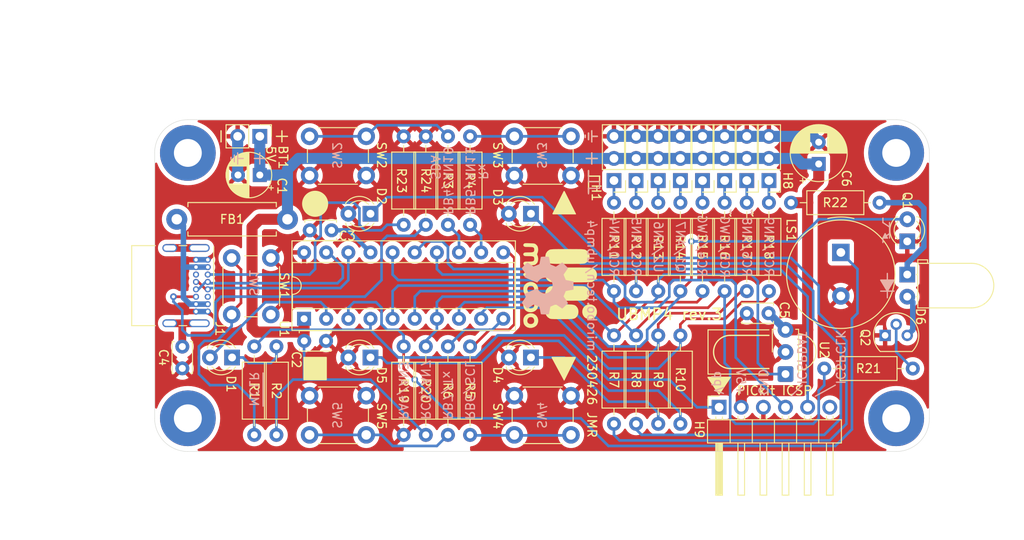
<source format=kicad_pcb>
(kicad_pcb (version 20221018) (generator pcbnew)
  (title_block (title "UBMP4") (date "2023-04-26") (rev "3") (company "mirobo.tech") (comment 1 "USB-Based Beginner") (comment 2 "Multifunction Project") (comment 3 "UBMP4 is Open Hardware") (comment 4 "Drawings: CC-BY 4.0"))
  (layers (0 "F.Cu" signal) (31 "B.Cu" signal) (34 "B.Paste" user) (35 "F.Paste" user) (36 "B.SilkS" user "B.Silkscreen") (37 "F.SilkS" user "F.Silkscreen") (38 "B.Mask" user) (39 "F.Mask" user) (44 "Edge.Cuts" user))
  (net 0 "")
  (net 1 "GND")
  (net 2 "+5V")
  (net 3 "Net-(U1-Vusb3v3)")
  (net 4 "Net-(J1-SHIELD)")
  (net 5 "Net-(D1-K)")
  (net 6 "Net-(D1-A)")
  (net 7 "Net-(D2-A)")
  (net 8 "Net-(D3-A)")
  (net 9 "Net-(D4-A)")
  (net 10 "Net-(D5-A)")
  (net 11 "Net-(D6-K)")
  (net 12 "/Vpp")
  (net 13 "Net-(D6-A)")
  (net 14 "Net-(#FLG0103-pwr)")
  (net 15 "Net-(H1-Pin_1)")
  (net 16 "Net-(H2-Pin_1)")
  (net 17 "Net-(H3-Pin_1)")
  (net 18 "Net-(H4-Pin_1)")
  (net 19 "Net-(R1-Pad1)")
  (net 20 "Net-(R3-Pad2)")
  (net 21 "Net-(H5-Pin_1)")
  (net 22 "Net-(R4-Pad2)")
  (net 23 "Net-(H6-Pin_1)")
  (net 24 "Net-(R5-Pad2)")
  (net 25 "Net-(H7-Pin_1)")
  (net 26 "Net-(R6-Pad2)")
  (net 27 "Net-(H8-Pin_1)")
  (net 28 "Net-(H9-PGD{slash}ICSPDAT)")
  (net 29 "/D+")
  (net 30 "/D-")
  (net 31 "Net-(H9-PGC{slash}ICSPCLK)")
  (net 33 "unconnected-(J1-CC1-PadA5)")
  (net 35 "unconnected-(J1-CC2-PadB5)")
  (net 37 "Net-(U1-RA4{slash}AN3{slash}SOSCO{slash}T1G{slash}OSC2{slash}CLKOUT{slash}CLKR)")
  (net 38 "Net-(Q1-C)")
  (net 39 "Net-(Q2-B)")
  (net 40 "Net-(U1-RB4{slash}AN10{slash}SDA{slash}SDI)")
  (net 41 "Net-(U1-RB5{slash}AN11{slash}RX{slash}DX)")
  (net 42 "Net-(U1-RB6{slash}SCL{slash}SCK)")
  (net 43 "Net-(U1-RB7{slash}TX{slash}CK)")
  (net 44 "Net-(U1-CWG1B{slash}C1OUT{slash}C2OUT{slash}RC4)")
  (net 45 "Net-(U1-PWM1{slash}CWG1A{slash}T0CKI{slash}RC5)")
  (net 46 "Net-(U1-~{SS}{slash}PWM2{slash}AN8{slash}RC6)")
  (net 47 "Net-(U1-SDO{slash}AN9{slash}RC7)")
  (net 48 "Net-(U1-C2IN2-{slash}C1IN2-{slash}DACOUT1{slash}AN6{slash}RC2)")
  (footprint "Capacitor_THT:CP_Radial_D5.0mm_P2.50mm" (layer "F.Cu") (at 113.665 88.9 180)
    (fp_text reference "C1")
    (fp_text value "1uF")
  )
  (footprint "Capacitor_THT:C_Disc_D3.4mm_W2.1mm_P2.50mm" (layer "F.Cu") (at 104.775 111.105 90)
    (fp_text reference "C4")
    (fp_text value "10nF(opt.)")
  )
  (footprint "UBMP430-Library:LED_D3.0mm" (layer "F.Cu") (at 107.945 109.855)
    (fp_text reference "D1")
    (fp_text value "RUN")
  )
  (footprint "UBMP430-Library:LED_D3.0mm" (layer "F.Cu") (at 142.24 109.855)
    (fp_text reference "D4")
    (fp_text value "LED")
  )
  (footprint "Resistor_THT:R_Axial_DIN0411_L9.9mm_D3.6mm_P12.70mm_Horizontal" (layer "F.Cu") (at 116.84 93.98 180)
    (fp_text reference "FB1")
    (fp_text value "100Z Ferrite")
  )
  (footprint "MountingHole:MountingHole_3.2mm_M3_Pad" (layer "F.Cu") (at 105.41 86.36)
    (fp_text reference "MH1" hide)
    (fp_text value "MountingHole")
  )
  (footprint "Resistor_THT:R_Axial_DIN0207_L6.3mm_D2.5mm_P10.16mm_Horizontal" (layer "F.Cu") (at 135.255 108.585 -90)
    (fp_text reference "R6")
    (fp_text value "100")
  )
  (footprint "Resistor_THT:R_Axial_DIN0207_L6.3mm_D2.5mm_P10.16mm_Horizontal" (layer "F.Cu") (at 132.715 118.745 90)
    (fp_text reference "R20")
    (fp_text value "4k7")
  )
  (footprint "Button_Switch_THT:SW_PUSH_6mm" (layer "F.Cu") (at 142.875 114.245)
    (fp_text reference "SW4")
    (fp_text value "SW_Push")
  )
  (footprint "Capacitor_THT:C_Disc_D3.4mm_W2.1mm_P2.50mm" (layer "F.Cu") (at 118.765 107.95)
    (fp_text reference "C2")
    (fp_text value "100nF")
  )
  (footprint "Capacitor_THT:C_Disc_D3.4mm_W2.1mm_P2.50mm" (layer "F.Cu") (at 121.9 95.25 180)
    (fp_text reference "C3")
    (fp_text value "470nF")
  )
  (footprint "UBMP430-Library:LED_D3.0mm" (layer "F.Cu") (at 142.24 93.345)
    (fp_text reference "D3")
    (fp_text value "LED")
  )
  (footprint "Button_Switch_THT:SW_PUSH_6mm" (layer "F.Cu") (at 149.375 88.955 180)
    (fp_text reference "SW3")
    (fp_text value "SW_Push")
  )
  (footprint "Resistor_THT:R_Axial_DIN0207_L6.3mm_D2.5mm_P10.16mm_Horizontal" (layer "F.Cu") (at 137.795 108.585 -90)
    (fp_text reference "R5")
    (fp_text value "100")
  )
  (footprint "MountingHole:MountingHole_3.2mm_M3_Pad" (layer "F.Cu") (at 105.41 116.84)
    (fp_text reference "MH4" hide)
    (fp_text value "MountingHole")
  )
  (footprint "Button_Switch_THT:SW_PUSH_6mm" (layer "F.Cu") (at 119.38 114.245)
    (fp_text reference "SW5")
    (fp_text value "SW_Push")
  )
  (footprint "Resistor_THT:R_Axial_DIN0207_L6.3mm_D2.5mm_P10.16mm_Horizontal" (layer "F.Cu") (at 130.175 118.745 90)
    (fp_text reference "R19")
    (fp_text value "1k0")
  )
  (footprint "Resistor_THT:R_Axial_DIN0207_L6.3mm_D2.5mm_P10.16mm_Horizontal" (layer "F.Cu") (at 115.57 108.585 -90)
    (fp_text reference "R2")
    (fp_text value "470")
  )
  (footprint "Package_DIP:DIP-20_W7.62mm_Socket" (layer "F.Cu") (at 118.745 105.41 90)
    (fp_text reference "U1")
    (fp_text value "PIC16F1459-IP")
  )
  (footprint "Resistor_THT:R_Axial_DIN0207_L6.3mm_D2.5mm_P10.16mm_Horizontal" (layer "F.Cu") (at 159.385 92.075 -90)
    (fp_text reference "R13")
    (fp_text value "100")
  )
  (footprint "Resistor_THT:R_Axial_DIN0207_L6.3mm_D2.5mm_P10.16mm_Horizontal" (layer "F.Cu") (at 159.385 107.315 -90)
    (fp_text reference "R9")
    (fp_text value "470")
  )
  (footprint "Resistor_THT:R_Axial_DIN0207_L6.3mm_D2.5mm_P10.16mm_Horizontal" (layer "F.Cu") (at 156.845 107.315 -90)
    (fp_text reference "R8")
    (fp_text value "470")
  )
  (footprint "Resistor_THT:R_Axial_DIN0207_L6.3mm_D2.5mm_P10.16mm_Horizontal" (layer "F.Cu") (at 161.925 92.075 -90)
    (fp_text reference "R14")
    (fp_text value "100")
  )
  (footprint "Resistor_THT:R_Axial_DIN0207_L6.3mm_D2.5mm_P10.16mm_Horizontal" (layer "F.Cu") (at 161.925 107.315 -90)
    (fp_text reference "R10")
    (fp_text value "470")
  )
  (footprint "Resistor_THT:R_Axial_DIN0207_L6.3mm_D2.5mm_P10.16mm_Horizontal" (layer "F.Cu") (at 156.845 92.075 -90)
    (fp_text reference "R12")
    (fp_text value "100")
  )
  (footprint "Capacitor_THT:CP_Radial_D6.3mm_P2.50mm" (layer "F.Cu") (at 177.8 87.63 90)
    (fp_text reference "C6")
    (fp_text value "47uf(opt.)")
  )
  (footprint "Connector_PinHeader_2.54mm:PinHeader_1x03_P2.54mm_Vertical" (layer "F.Cu") (at 156.845 89.535 180)
    (fp_text reference "H2" hide)
    (fp_text value "Conn_01x03_Male")
  )
  (footprint "Connector_PinHeader_2.54mm:PinHeader_1x03_P2.54mm_Vertical" (layer "F.Cu") (at 161.925 89.535 180)
    (fp_text reference "H4" hide)
    (fp_text value "Conn_01x03_Male")
  )
  (footprint "Connector_PinHeader_2.54mm:PinHeader_1x03_P2.54mm_Vertical" (layer "F.Cu") (at 164.465 89.535 180)
    (fp_text reference "H5" hide)
    (fp_text value "Conn_01x03_Male")
  )
  (footprint "Connector_PinHeader_2.54mm:PinHeader_1x03_P2.54mm_Vertical" (layer "F.Cu") (at 167.005 89.535 180)
    (fp_text reference "H6" hide)
    (fp_text value "Conn_01x03_Male")
  )
  (footprint "Connector_PinHeader_2.54mm:PinHeader_1x03_P2.54mm_Vertical" (layer "F.Cu") (at 169.545 89.535 180)
    (fp_text reference "H7" hide)
    (fp_text value "Conn_01x03_Male")
  )
  (footprint "Connector_PinHeader_2.54mm:PinHeader_1x03_P2.54mm_Vertical" (layer "F.Cu") (at 172.085 89.535 180)
    (fp_text reference "H8")
    (fp_text value "Conn_01x03_Male")
  )
  (footprint "LED_THT:LED_D3.0mm_Clear" (layer "F.Cu") (at 187.96 93.98 -90)
    (fp_text reference "Q1")
    (fp_text value "TEPT4400")
  )
  (footprint "Package_TO_SOT_THT:TO-92" (layer "F.Cu") (at 185.42 107.315)
    (fp_text reference "Q2")
    (fp_text value "2N3904")
  )
  (footprint "MountingHole:MountingHole_3.2mm_M3_Pad" (layer "F.Cu") (at 186.69 86.36)
    (fp_text reference "MH2" hide)
    (fp_text value "MountingHole")
  )
  (footprint "Resistor_THT:R_Axial_DIN0207_L6.3mm_D2.5mm_P10.16mm_Horizontal" (layer "F.Cu") (at 137.795 94.615 90)
    (fp_text reference "R4")
    (fp_text value "100")
  )
  (footprint "UBMP430-Library:mirobo_logo_10" (layer "F.Cu") (at 148.336 101.6 -90)
    (fp_text reference "G1" hide)
    (fp_text value "mirobotech_logo" hide)
  )
  (footprint "Connector_PinHeader_2.54mm:PinHeader_1x03_P2.54mm_Vertical" (layer "F.Cu") (at 159.385 89.535 180)
    (fp_text reference "H3" hide)
    (fp_text value "Conn_01x03_Male")
  )
  (footprint "Connector_USB:USB_C_Receptacle_GCT_USB4085" (layer "F.Cu") (at 107.696 98.6282 -90)
    (fp_text reference "J1")
    (fp_text value "USB2 TYPE-C")
  )
  (footprint "MountingHole:MountingHole_3.2mm_M3_Pad" (layer "F.Cu") (at 186.69 116.84)
    (fp_text reference "MH3" hide)
    (fp_text value "MountingHole")
  )
  (footprint "Resistor_THT:R_Axial_DIN0207_L6.3mm_D2.5mm_P10.16mm_Horizontal" (layer "F.Cu") (at 172.085 92.075 -90)
    (fp_text reference "R18")
    (fp_text value "100")
  )
  (footprint "Resistor_THT:R_Axial_DIN0207_L6.3mm_D2.5mm_P10.16mm_Horizontal" (layer "F.Cu") (at 164.465 92.075 -90)
    (fp_text reference "R15")
    (fp_text value "100")
  )
  (footprint "Resistor_THT:R_Axial_DIN0207_L6.3mm_D2.5mm_P10.16mm_Horizontal" (layer "F.Cu") (at 167.005 92.075 -90)
    (fp_text reference "R16")
    (fp_text value "100")
  )
  (footprint "Resistor_THT:R_Axial_DIN0207_L6.3mm_D2.5mm_P10.16mm_Horizontal" (layer "F.Cu") (at 154.305 92.075 -90)
    (fp_text reference "R11")
    (fp_text value "100")
  )
  (footprint "Resistor_THT:R_Axial_DIN0207_L6.3mm_D2.5mm_P10.16mm_Horizontal" (layer "F.Cu") (at 169.545 92.075 -90)
    (fp_text reference "R17")
    (fp_text value "100")
  )
  (footprint "Resistor_THT:R_Axial_DIN0207_L6.3mm_D2.5mm_P10.16mm_Horizontal" (layer "F.Cu") (at 113.03 118.745 90)
    (fp_text reference "R1")
    (fp_text value "100")
  )
  (footprint "UBMP430-Library:LED_D3.0mm" (layer "F.Cu") (at 123.825 109.855)
    (fp_text reference "D5")
    (fp_text value "LED")
  )
  (footprint "Resistor_THT:R_Axial_DIN0207_L6.3mm_D2.5mm_P10.16mm_Horizontal" (layer "F.Cu") (at 174.625 92.075)
    (fp_text reference "R22")
    (fp_text value "100")
  )
  (footprint "Buzzer_Beeper:Buzzer_TDK_PS1240P02BT_D12.2mm_H6.5mm" (layer "F.Cu") (at 180.34 97.79 -90)
    (fp_text reference "LS1")
    (fp_text value "Piezo Beeper")
  )
  (footprint "OptoDevice:Vishay_MINICAST-3Pin" (layer "F.Cu") (at 173.99 111.76 90)
    (fp_text reference "U2")
    (fp_text value "TSOP38238")
  )
  (footprint "Resistor_THT:R_Axial_DIN0207_L6.3mm_D2.5mm_P10.16mm_Horizontal" (layer "F.Cu") (at 178.435 111.125)
    (fp_text reference "R21")
    (fp_text value "1k0")
  )
  (footprint "Resistor_THT:R_Axial_DIN0207_L6.3mm_D2.5mm_P10.16mm_Horizontal" (layer "F.Cu") (at 154.305 107.315 -90)
    (fp_text reference "R7")
    (fp_text value "470")
  )
  (footprint "UBMP430-Library:PinHeader_1x06_P2.54mm_Horizontal" (layer "F.Cu") (at 166.37 115.57 90)
    (fp_text reference "H9")
    (fp_text value "ICSP")
  )
  (footprint "UBMP430-Library:LED_D5.0mm_Horizontal_O1.27mm_Z3.0mm_Clear" (layer "F.Cu") (at 187.96 102.87 90)
    (fp_text reference "D6")
    (fp_text value "OED-EL-1L2")
  )
  (footprint "Connector_PinHeader_2.54mm:PinHeader_1x03_P2.54mm_Vertical" (layer "F.Cu") (at 154.305 89.535 180)
    (fp_text reference "H1")
    (fp_text value "Conn_01x03_Male")
  )
  (footprint "Capacitor_THT:C_Disc_D3.4mm_W2.1mm_P2.50mm" (layer "F.Cu") (at 172.045 104.775 180)
    (fp_text reference "C5")
    (fp_text value "100nF")
  )
  (footprint "Resistor_THT:R_Axial_DIN0207_L6.3mm_D2.5mm_P10.16mm_Horizontal" (layer "F.Cu") (at 135.255 94.615 90)
    (fp_text reference "R3")
    (fp_text value "100")
  )
  (footprint "UBMP430-Library:LED_D3.0mm" (layer "F.Cu") (at 123.825 93.345)
    (fp_text reference "D2")
    (fp_text value "LED")
  )
  (footprint "Button_Switch_THT:SW_PUSH_6mm" (layer "F.Cu") (at 125.88 88.955 180)
    (fp_text reference "SW2")
    (fp_text value "SW_Push")
  )
  (footprint "Button_Switch_THT:SW_PUSH_6mm" (layer "F.Cu") (at 114.935 98.425 -90)
    (fp_text reference "SW1")
    (fp_text value "PROG")
  )
  (footprint "Connector_PinHeader_2.54mm:PinHeader_1x02_P2.54mm_Vertical" (layer "F.Cu") (at 113.665 84.455 -90)
    (fp_text reference "BT1")
    (fp_text value "Battery")
  )
  (footprint "Resistor_THT:R_Axial_DIN0207_L6.3mm_D2.5mm_P10.16mm_Horizontal" (layer "F.Cu") (at 130.175 84.455 -90)
    (fp_text reference "R23")
    (fp_text value "5k1")
  )
  (footprint "Resistor_THT:R_Axial_DIN0207_L6.3mm_D2.5mm_P10.16mm_Horizontal" (layer "F.Cu") (at 132.715 84.455 -90)
    (fp_text reference "R24")
    (fp_text value "5k1")
  )
  (footprint "Symbol:OSHW-Symbol_6.7x6mm_SilkScreen" (layer "B.Cu") (at 146.685 101.6 90)
    (fp_text reference "G2" hide)
    (fp_text value "Logo_Open_Hardware_Small" hide)
  )
  (gr_line (start 151.384 90.424) (end 151.384 91.059) (stroke (width 0.1524)) (layer "B.SilkS"))
  (gr_line (start 113.03 86.995) (end 114.3 86.995) (stroke (width 0.15)) (layer "B.SilkS"))
  (gr_line (start 175.895 113.03) (end 174.625 114.3) (stroke (width 0.15)) (layer "B.SilkS"))
  (gr_line (start 110.744 86.614) (end 110.744 87.376) (stroke (width 0.1524)) (layer "B.SilkS"))
  (gr_line (start 185.674 100.203) (end 185.674 102.997) (stroke (width 0.15)) (layer "B.SilkS"))
  (gr_line (start 110.363 86.868) (end 110.363 87.122) (stroke (width 0.15)) (layer "B.SilkS"))
  (gr_line (start 151.384 88.392) (end 151.384 89.662) (stroke (width 0.1524)) (layer "B.SilkS"))
  (gr_line (start 114.046 115.443) (end 114.046 111.633) (stroke (width 0.15)) (layer "B.SilkS"))
  (gr_line (start 185.928 94.361) (end 185.928 96.139) (stroke (width 0.15)) (layer "B.SilkS"))
  (gr_line (start 151.765 86.36) (end 151.765 87.63) (stroke (width 0.1524)) (layer "B.SilkS"))
  (gr_line (start 184.912 102.235) (end 186.436 102.235) (stroke (width 0.15)) (layer "B.SilkS"))
  (gr_line (start 151.384 84.074) (end 151.384 84.836) (stroke (width 0.1524)) (layer "B.SilkS"))
  (gr_line (start 151.003 84.328) (end 151.003 84.582) (stroke (width 0.15)) (layer "B.SilkS"))
  (gr_line (start 185.166 96.139) (end 185.166 96.647) (stroke (width 0.15)) (layer "B.SilkS"))
  (gr_line (start 179.705 113.03) (end 177.419 114.3) (stroke (width 0.15)) (layer "B.SilkS"))
  (gr_poly (pts (xy 184.912 100.965) (xy 186.436 100.965) (xy 185.674 102.235)) (stroke (width 0.15)) (fill solid) (layer "B.SilkS"))
  (gr_line (start 151.765 84.455) (end 152.4 84.455) (stroke (width 0.1524)) (layer "B.SilkS"))
  (gr_line (start 113.665 86.36) (end 113.665 87.63) (stroke (width 0.15)) (layer "B.SilkS"))
  (gr_poly (pts (xy 185.166 96.139) (xy 185.42 95.631) (xy 185.674 96.139)) (stroke (width 0.15)) (fill solid) (layer "B.SilkS"))
  (gr_line (start 152.654 89.7255) (end 152.654 90.3605) (stroke (width 0.1524)) (layer "B.SilkS"))
  (gr_line (start 111.125 86.995) (end 111.76 86.995) (stroke (width 0.1524)) (layer "B.SilkS"))
  (gr_line (start 185.166 93.853) (end 185.166 94.361) (stroke (width 0.15)) (layer "B.SilkS"))
  (gr_line (start 185.928 95.631) (end 185.166 96.139) (stroke (width 0.15)) (layer "B.SilkS"))
  (gr_line (start 111.125 86.36) (end 111.125 87.63) (stroke (width 0.1524)) (layer "B.SilkS"))
  (gr_line (start 185.166 94.361) (end 185.928 94.869) (stroke (width 0.15)) (layer "B.SilkS"))
  (gr_line (start 152.4 86.995) (end 151.13 86.995) (stroke (width 0.1524)) (layer "B.SilkS"))
  (gr_line (start 152.654 89.662) (end 151.384 89.662) (stroke (width 0.1524)) (layer "B.SilkS"))
  (gr_line (start 151.384 90.424) (end 152.654 90.424) (stroke (width 0.1524)) (layer "B.SilkS"))
  (gr_line (start 151.765 83.82) (end 151.765 85.09) (stroke (width 0.1524)) (layer "B.SilkS"))
  (gr_line (start 165.1 106.68) (end 165.1 111.76) (stroke (width 0.12)) (layer "F.SilkS"))
  (gr_line (start 172.085 106.68) (end 165.1 106.68) (stroke (width 0.12)) (layer "F.SilkS"))
  (gr_line (start 165.1 111.76) (end 172.085 111.76) (stroke (width 0.12)) (layer "F.SilkS"))
  (gr_line (start 151.384 88.392) (end 151.384 89.027) (stroke (width 0.1524)) (layer "F.SilkS"))
  (gr_line (start 152.654 89.027) (end 152.654 89.662) (stroke (width 0.1524)) (layer "F.SilkS"))
  (gr_circle (center 120.015 92.202) (end 121.434903 92.202) (stroke (width 0.1524)) (fill solid) (layer "F.SilkS"))
  (gr_line (start 151.384 89.662) (end 151.384 90.932) (stroke (width 0.1524)) (layer "F.SilkS"))
  (gr_poly (pts (xy 166.37 114.046) (xy 165.1 112.141) (xy 167.64 112.141)) (stroke (width 0.15)) (fill solid) (layer "F.SilkS"))
  (gr_line (start 151.765 83.82) (end 151.765 85.09) (stroke (width 0.1524)) (layer "F.SilkS"))
  (gr_line (start 151.765 84.455) (end 152.4 84.455) (stroke (width 0.1524)) (layer "F.SilkS"))
  (gr_line (start 172.085 111.125) (end 167.64 111.125) (stroke (width 0.1524)) (layer "F.SilkS"))
  (gr_line (start 151.765 86.36) (end 151.765 87.63) (stroke (width 0.1524)) (layer "F.SilkS"))
  (gr_rect (start 118.745 109.855) (end 121.285 112.395) (stroke (width 0.15)) (fill solid) (layer "F.SilkS"))
  (gr_line (start 172.085 107.315) (end 167.64 107.315) (stroke (width 0.1524)) (layer "F.SilkS"))
  (gr_line (start 115.57 84.455) (end 116.84 84.455) (stroke (width 0.1524)) (layer "F.SilkS"))
  (gr_arc (start 167.64 111.125) (mid 165.735 109.22) (end 167.64 107.315) (stroke (width 0.1524)) (layer "F.SilkS"))
  (gr_line (start 151.384 89.027) (end 152.654 89.027) (stroke (width 0.1524)) (layer "F.SilkS"))
  (gr_line (start 152.4 86.995) (end 151.13 86.995) (stroke (width 0.1524)) (layer "F.SilkS"))
  (gr_line (start 109.22 83.82) (end 109.22 85.09) (stroke (width 0.1524)) (layer "F.SilkS"))
  (gr_line (start 116.205 83.82) (end 116.205 85.09) (stroke (width 0.1524)) (layer "F.SilkS"))
  (gr_line (start 151.384 84.074) (end 151.384 84.836) (stroke (width 0.1524)) (layer "F.SilkS"))
  (gr_line (start 151.003 84.328) (end 151.003 84.582) (stroke (width 0.15)) (layer "F.SilkS"))
  (gr_poly (pts (xy 149.86 109.855) (xy 148.59 112.395) (xy 147.22 109.855)) (stroke (width 0.15)) (fill solid) (layer "F.SilkS"))
  (gr_poly (pts (xy 148.59 90.805) (xy 149.86 93.345) (xy 147.32 93.345)) (stroke (width 0.15)) (fill solid) (layer "F.SilkS"))
  (gr_line (start 152.654 89.662) (end 151.384 89.662) (stroke (width 0.1524)) (layer "F.SilkS"))
  (gr_line (start 101.6 86.36) (end 101.6 116.84) (stroke (width 0.0508)) (layer "Edge.Cuts"))
  (gr_line (start 105.41 120.65) (end 186.69 120.65) (stroke (width 0.0508)) (layer "Edge.Cuts"))
  (gr_line (start 190.5 116.84) (end 190.5 86.36) (stroke (width 0.0508)) (layer "Edge.Cuts"))
  (gr_arc (start 101.6 86.36) (mid 102.715923 83.665923) (end 105.41 82.55) (stroke (width 0.0508)) (layer "Edge.Cuts"))
  (gr_arc (start 186.69 82.55) (mid 189.384077 83.665923) (end 190.5 86.36) (stroke (width 0.0508)) (layer "Edge.Cuts"))
  (gr_arc (start 105.41 120.65) (mid 102.715923 119.534077) (end 101.6 116.84) (stroke (width 0.0508)) (layer "Edge.Cuts"))
  (gr_arc (start 190.5 116.84) (mid 189.384077 119.534077) (end 186.69 120.65) (stroke (width 0.0508)) (layer "Edge.Cuts"))
  (gr_line (start 186.69 82.55) (end 105.41 82.55) (stroke (width 0.0508)) (layer "Edge.Cuts"))
  (gr_text "RA4/AN3" (at 129.54 117.094 -90) (layer "B.SilkS") (effects (font (size 1 1)) (justify left bottom mirror)))
  (gr_text "Vpp" (at 165.735 114.173 -90) (layer "B.SilkS") (effects (font (size 1 1)) (justify left bottom mirror)))
  (gr_text "SW4" (at 145.415 118.11 -90) (layer "B.SilkS") (effects (font (size 1 1)) (justify left bottom mirror)))
  (gr_text "SDA" (at 133.223 89.535 -90) (layer "B.SilkS") (effects (font (size 1 1)) (justify left bottom mirror)))
  (gr_text "RB5/AN11" (at 137.795 89.535 270) (layer "B.SilkS") (effects (font (size 1 1)) (justify mirror)))
  (gr_text "GND" (at 170.815 114.3 -90) (layer "B.SilkS") (effects (font (size 1 1)) (justify left bottom mirror)))
  (gr_text "RC6/AN8" (at 169.545 97.155 270) (layer "B.SilkS") (effects (font (size 1 1)) (justify mirror)))
  (gr_text "SW2" (at 121.92 88.265 -90) (layer "B.SilkS") (effects (font (size 1 1)) (justify left bottom mirror)))
  (gr_text "mirobo.tech/ubmp4" (at 151.765 101.6 270) (layer "B.SilkS") (effects (font (size 1.016 1.016) (thickness 0.1524)) (justify mirror)))
  (gr_text "ICSPDAT" (at 175.26 113.03 -90) (layer "B.SilkS") (effects (font (size 1 1)) (justify left bottom mirror)))
  (gr_text "+5V" (at 168.275 114.3 -90) (layer "B.SilkS") (effects (font (size 1 1)) (justify left bottom mirror)))
  (gr_text "RC5/CWG" (at 167.005 97.155 270) (layer "B.SilkS") (effects (font (size 1 1)) (justify mirror)))
  (gr_text "Q1/AN7" (at 161.925 97.155 270) (layer "B.SilkS") (effects (font (size 1 1)) (justify mirror)))
  (gr_text "~" (at 167.132 93.599 -90) (layer "B.SilkS") (effects (font (size 1 1)) (justify left bottom mirror)))
  (gr_text "U2/AN6" (at 159.385 97.155 270) (layer "B.SilkS") (effects (font (size 1 1)) (justify mirror)))
  (gr_text "SW1" (at 112.395 102.87 -90) (layer "B.SilkS") (effects (font (size 1 1)) (justify left bottom mirror)))
  (gr_text "ICSPCLK" (at 179.705 113.03 -90) (layer "B.SilkS") (effects (font (size 1 1)) (justify left bottom mirror)))
  (gr_text "RB4/AN10" (at 135.255 89.535 270) (layer "B.SilkS") (effects (font (size 1 1)) (justify mirror)))
  (gr_text "RB7/Tx" (at 134.62 117.094 -90) (layer "B.SilkS") (effects (font (size 1 1)) (justify left bottom mirror)))
  (gr_text "MCLR" (at 112.395 115.57 -90) (layer "B.SilkS") (effects (font (size 1 1)) (justify left bottom mirror)))
  (gr_text "RC7/AN9" (at 172.085 97.155 270) (layer "B.SilkS") (effects (font (size 1 1)) (justify mirror)))
  (gr_text "RC3/AN7" (at 132.08 117.094 -90) (layer "B.SilkS") (effects (font (size 1 1)) (justify left bottom mirror)))
  (gr_text "RB6/SCL" (at 137.16 117.094 -90) (layer "B.SilkS") (effects (font (size 1 1)) (justify left bottom mirror)))
  (gr_text "RC4/CWG" (at 163.83 100.711 270) (layer "B.SilkS") (effects (font (size 1 1)) (justify left bottom mirror)))
  (gr_text "Rx" (at 138.684 89.535 -90) (layer "B.SilkS") (effects (font (size 1 1)) (justify left bottom mirror)))
  (gr_text "RC0/AN4" (at 154.305 97.155 270) (layer "B.SilkS") (effects (font (size 1 1)) (justify mirror)))
  (gr_text "RC1/AN5" (at 156.845 97.155 270) (layer "B.SilkS") (effects (font (size 1 1)) (justify mirror)))
  (gr_text "SW3" (at 145.415 88.265 -90) (layer "B.SilkS") (effects (font (size 1 1)) (justify left bottom mirror)))
  (gr_text "~" (at 169.545 93.599 -90) (layer "B.SilkS") (effects (font (size 1 1)) (justify left bottom mirror)))
  (gr_text "SW5" (at 121.92 118.11 -90) (layer "B.SilkS") (effects (font (size 1 1)) (justify left bottom mirror)))
  (gr_text "PICkit ICSP" (at 172.72 113.665) (layer "F.SilkS") (effects (font (size 1.016 1.016) (thickness 0.1524))))
  (gr_text "~" (at 170.18 93.345 90) (layer "F.SilkS") (effects (font (size 1.016 1.016) (thickness 0.1524))))
  (gr_text "230426 JMR" (at 151.765 114.3 270) (layer "F.SilkS") (effects (font (size 1.016 1.016) (thickness 0.1524))))
  (gr_text "UBMP4 rev.3" (at 160.655 104.902) (layer "F.SilkS") (effects (font (size 1.27 1.27) (thickness 0.2))))
  (gr_text "~" (at 167.64 93.345 90) (layer "F.SilkS") (effects (font (size 1.016 1.016) (thickness 0.1524))))
  (gr_text "5V" (at 114.935 86.487 270) (layer "F.SilkS") (effects (font (size 1.016 1.016) (thickness 0.1524))))
  (segment (start 102.2922 104.5782) (end 106.346 104.5782) (width 0.635) (layer "F.Cu") (net 1))
  (segment (start 102.2858 98.6282) (end 102.235 98.679) (width 0.635) (layer "F.Cu") (net 1))
  (segment (start 102.235 104.521) (end 102.2922 104.5782) (width 0.635) (layer "F.Cu") (net 1))
  (segment (start 106.327 104.5972) (end 106.346 104.5782) (width 0.635) (layer "F.Cu") (net 1))
  (segment (start 102.235 98.679) (end 102.235 104.521) (width 0.635) (layer "F.Cu") (net 1))
  (segment (start 106.346 98.6282) (end 102.2858 98.6282) (width 0.635) (layer "F.Cu") (net 1))
  (segment (start 107.696 104.5782) (end 106.346 104.5782) (width 0.635) (layer "B.Cu") (net 1))
  (segment (start 107.696 98.6282) (end 106.346 98.6282) (width 0.635) (layer "B.Cu") (net 1))
  (segment (start 172.085 84.455) (end 177.125 84.455) (width 1.27) (layer "B.Cu") (net 1))
  (segment (start 111.125 84.455) (end 111.125 88.86) (width 1.27) (layer "B.Cu") (net 1))
  (segment (start 111.125 88.86) (end 111.165 88.9) (width 0.3048) (layer "B.Cu") (net 1))
  (segment (start 159.385 84.455) (end 161.925 84.455) (width 1.27) (layer "B.Cu") (net 1))
  (segment (start 161.925 84.455) (end 164.465 84.455) (width 1.27) (layer "B.Cu") (net 1))
  (segment (start 164.465 84.455) (end 167.005 84.455) (width 1.27) (layer "B.Cu") (net 1))
  (segment (start 167.005 84.455) (end 169.545 84.455) (width 1.27) (layer "B.Cu") (net 1))
  (segment (start 177.125 84.455) (end 177.8 85.13) (width 1.27) (layer "B.Cu") (net 1))
  (segment (start 154.305 84.455) (end 156.845 84.455) (width 1.27) (layer "B.Cu") (net 1))
  (segment (start 156.845 84.455) (end 159.385 84.455) (width 1.27) (layer "B.Cu") (net 1))
  (segment (start 169.545 84.455) (end 172.085 84.455) (width 1.27) (layer "B.Cu") (net 1))
  (segment (start 176.53 106.68) (end 173.99 106.68) (width 1.27) (layer "F.Cu") (net 2))
  (segment (start 176.53 106.68) (end 176.53 113.03) (width 1.27) (layer "F.Cu") (net 2))
  (segment (start 116.84 93.98) (end 113.665 93.98) (width 1.27) (layer "F.Cu") (net 2))
  (segment (start 176.53 92.075) (end 176.53 106.68) (width 1.27) (layer "F.Cu") (net 2))
  (segment (start 176.53 113.03) (end 175.895 113.665) (width 1.27) (layer "F.Cu") (net 2))
  (segment (start 175.895 113.665) (end 169.545 113.665) (width 1.27) (layer "F.Cu") (net 2))
  (segment (start 113.284 106.934) (end 118.745 106.934) (width 1.27) (layer "F.Cu") (net 2))
  (segment (start 112.776 94.869) (end 112.776 106.426) (width 1.27) (layer "F.Cu") (net 2))
  (segment (start 177.8 89.535) (end 176.53 90.805) (width 1.27) (layer "F.Cu") (net 2))
  (segment (start 113.665 93.98) (end 112.776 94.869) (width 1.27) (layer "F.Cu") (net 2))
  (segment (start 176.53 92.075) (end 174.625 92.075) (width 1.27) (layer "F.Cu") (net 2))
  (segment (start 168.91 114.3) (end 168.91 115.57) (width 1.27) (layer "F.Cu") (net 2))
  (segment (start 177.8 87.63) (end 177.8 89.535) (width 1.27) (layer "F.Cu") (net 2))
  (segment (start 118.745 107.93) (end 118.765 107.95) (width 1.27) (layer "F.Cu") (net 2))
  (segment (start 118.745 106.934) (end 118.745 105.41) (width 1.27) (layer "F.Cu") (net 2))
  (segment (start 169.545 113.665) (end 168.91 114.3) (width 1.27) (layer "F.Cu") (net 2))
  (segment (start 112.776 106.426) (end 113.284 106.934) (width 1.27) (layer "F.Cu") (net 2))
  (segment (start 176.53 90.805) (end 176.53 92.075) (width 1.27) (layer "F.Cu") (net 2))
  (segment (start 118.745 106.934) (end 118.745 107.93) (width 1.27) (layer "F.Cu") (net 2))
  (segment (start 117.475 112.395) (end 115.57 114.3) (width 0.3048) (layer "B.Cu") (net 2))
  (segment (start 116.84 88.9) (end 116.84 93.98) (width 1.27) (layer "B.Cu") (net 2))
  (segment (start 161.925 86.995) (end 159.385 86.995) (width 1.27) (layer "B.Cu") (net 2))
  (segment (start 167.005 86.995) (end 164.465 86.995) (width 1.27) (layer "B.Cu") (net 2))
  (segment (start 118.745 111.76) (end 118.745 112.395) (width 0.3048) (layer "B.Cu") (net 2))
  (segment (start 118.745 108.585) (end 118.745 111.76) (width 0.3048) (layer "B.Cu") (net 2))
  (segment (start 154.305 86.995) (end 118.11 86.995) (width 1.27) (layer "B.Cu") (net 2))
  (segment (start 172.085 104.775) (end 173.99 106.68) (width 0.889) (layer "B.Cu") (net 2))
  (segment (start 156.845 86.995) (end 154.305 86.995) (width 1.27) (layer "B.Cu") (net 2))
  (segment (start 115.57 114.3) (end 115.57 118.745) (width 0.3048) (layer "B.Cu") (net 2))
  (segment (start 118.745 112.395) (end 117.475 112.395) (width 0.3048) (layer "B.Cu") (net 2))
  (segment (start 126.365 112.395) (end 132.715 118.745) (width 0.3048) (layer "B.Cu") (net 2))
  (segment (start 113.665 84.455) (end 113.665 88.9) (width 1.27) (layer "B.Cu") (net 2))
  (segment (start 172.045 104.775) (end 172.085 104.775) (width 0.635) (layer "B.Cu") (net 2))
  (segment (start 175.26 86.995) (end 172.085 86.995) (width 1.27) (layer "B.Cu") (net 2))
  (segment (start 159.385 86.995) (end 156.845 86.995) (width 1.27) (layer "B.Cu") (net 2))
  (segment (start 164.465 86.995) (end 161.925 86.995) (width 1.27) (layer "B.Cu") (net 2))
  (segment (start 118.11 86.995) (end 116.84 88.265) (width 1.27) (layer "B.Cu") (net 2))
  (segment (start 175.895 87.63) (end 177.8 87.63) (width 1.27) (layer "B.Cu") (net 2))
  (segment (start 118.745 112.395) (end 126.365 112.395) (width 0.3048) (layer "B.Cu") (net 2))
  (segment (start 175.26 86.995) (end 175.895 87.63) (width 1.27) (layer "B.Cu") (net 2))
  (segment (start 172.085 86.995) (end 169.545 86.995) (width 1.27) (layer "B.Cu") (net 2))
  (segment (start 169.545 86.995) (end 167.005 86.995) (width 1.27) (layer "B.Cu") (net 2))
  (segment (start 113.665 88.9) (end 116.84 88.9) (width 1.27) (layer "B.Cu") (net 2))
  (segment (start 116.84 88.265) (end 116.84 88.9) (width 1.27) (layer "B.Cu") (net 2))
  (segment (start 123.825 95.25) (end 126.365 97.79) (width 0.508) (layer "B.Cu") (net 3))
  (segment (start 121.9 95.25) (end 123.825 95.25) (width 0.508) (layer "B.Cu") (net 3))
  (segment (start 106.716 97.2782) (end 103.336 97.2782) (width 0.889) (layer "F.Cu") (net 4))
  (segment (start 103.336 105.9282) (end 104.775 105.9282) (width 0.889) (layer "F.Cu") (net 4))
  (segment (start 104.775 108.605) (end 104.775 105.9282) (width 0.889) (layer "F.Cu") (net 4))
  (segment (start 104.775 105.9282) (end 106.716 105.9282) (width 0.889) (layer "F.Cu") (net 4))
  (segment (start 121.285 105.41) (end 121.285 104.14) (width 0.3048) (layer "B.Cu") (net 5))
  (segment (start 120.65 103.505) (end 114.3 103.505) (width 0.3048) (layer "B.Cu") (net 5))
  (segment (start 107.95 109.855) (end 107.945 109.855) (width 0.3048) (layer "B.Cu") (net 5))
  (segment (start 114.3 103.505) (end 107.95 109.855) (width 0.3048) (layer "B.Cu") (net 5))
  (segment (start 121.285 104.14) (end 120.65 103.505) (width 0.3048) (layer "B.Cu") (net 5))
  (segment (start 110.485 109.855) (end 111.76 109.855) (width 0.3048) (layer "B.Cu") (net 6))
  (segment (start 115.57 109.855) (end 115.57 108.585) (width 0.3048) (layer "B.Cu") (net 6))
  (segment (start 111.76 109.855) (end 112.395 110.49) (width 0.3048) (layer "B.Cu") (net 6))
  (segment (start 114.935 110.49) (end 115.57 109.855) (width 0.3048) (layer "B.Cu") (net 6))
  (segment (start 112.395 110.49) (end 114.935 110.49) (width 0.3048) (layer "B.Cu") (net 6))
  (segment (start 154.94 119.38) (end 154.305 118.745) (width 0.3048) (layer "B.Cu") (net 7))
  (segment (start 128.27 91.44) (end 146.05 91.44) (width 0.3048) (layer "B.Cu") (net 7))
  (segment (start 180.975 117.475) (end 179.07 119.38) (width 0.3048) (layer "B.Cu") (net 7))
  (segment (start 179.07 119.38) (end 154.94 119.38) (width 0.3048) (layer "B.Cu") (net 7))
  (segment (start 146.05 91.44) (end 153.035 98.425) (width 0.3048) (layer "B.Cu") (net 7))
  (segment (start 174.625 98.425) (end 177.8 101.6) (width 0.3048) (layer "B.Cu") (net 7))
  (segment (start 154.305 118.745) (end 154.305 117.475) (width 0.3048) (layer "B.Cu") (net 7))
  (segment (start 126.365 93.345) (end 128.27 91.44) (width 0.3048) (layer "B.Cu") (net 7))
  (segment (start 177.8 101.6) (end 177.8 104.775) (width 0.3048) (layer "B.Cu") (net 7))
  (segment (start 153.035 98.425) (end 174.625 98.425) (width 0.3048) (layer "B.Cu") (net 7))
  (segment (start 177.8 104.775) (end 180.975 107.95) (width 0.3048) (layer "B.Cu") (net 7))
  (segment (start 180.975 107.95) (end 180.975 117.475) (width 0.3048) (layer "B.Cu") (net 7))
  (segment (start 157.48 118.745) (end 156.845 118.11) (width 0.3048) (layer "B.Cu") (net 8))
  (segment (start 178.435 118.745) (end 157.48 118.745) (width 0.3048) (layer "B.Cu") (net 8))
  (segment (start 180.34 116.84) (end 178.435 118.745) (width 0.3048) (layer "B.Cu") (net 8))
  (segment (start 144.78 93.345) (end 150.495 99.06) (width 0.3048) (layer "B.Cu") (net 8))
  (segment (start 173.99 99.06) (end 177.165 102.235) (width 0.3048) (layer "B.Cu") (net 8))
  (segment (start 150.495 99.06) (end 173.99 99.06) (width 0.3048) (layer "B.Cu") (net 8))
  (segment (start 180.34 108.585) (end 180.34 116.84) (width 0.3048) (layer "B.Cu") (net 8))
  (segment (start 177.165 105.41) (end 180.34 108.585) (width 0.3048) (layer "B.Cu") (net 8))
  (segment (start 177.165 102.235) (end 177.165 105.41) (width 0.3048) (layer "B.Cu") (net 8))
  (segment (start 156.845 118.11) (end 156.845 117.475) (width 0.3048) (layer "B.Cu") (net 8))
  (segment (start 159.385 116.205) (end 159.385 117.475) (width 0.3048) (layer "B.Cu") (net 9))
  (segment (start 158.115 114.935) (end 159.385 116.205) (width 0.3048) (layer "B.Cu") (net 9))
  (segment (start 153.67 114.935) (end 158.115 114.935) (width 0.3048) (layer "B.Cu") (net 9))
  (segment (start 148.59 109.855) (end 153.67 114.935) (width 0.3048) (layer "B.Cu") (net 9))
  (segment (start 144.78 109.855) (end 148.59 109.855) (width 0.3048) (layer "B.Cu") (net 9))
  (segment (start 128.27 110.49) (end 127.635 109.855) (width 0.3048) (layer "B.Cu") (net 10))
  (segment (start 141.605 107.95) (end 139.065 110.49) (width 0.3048) (layer "B.Cu") (net 10))
  (segment (start 159.385 113.665) (end 153.67 113.665) (width 0.3048) (layer "B.Cu") (net 10))
  (segment (start 127.635 109.855) (end 126.365 109.855) (width 0.3048) (layer "B.Cu") (net 10))
  (segment (start 161.925 116.205) (end 159.385 113.665) (width 0.3048) (layer "B.Cu") (net 10))
  (segment (start 147.955 107.95) (end 141.605 107.95) (width 0.3048) (layer "B.Cu") (net 10))
  (segment (start 139.065 110.49) (end 128.27 110.49) (width 0.3048) (layer "B.Cu") (net 10))
  (segment (start 153.67 113.665) (end 147.955 107.95) (width 0.3048) (layer "B.Cu") (net 10))
  (segment (start 161.925 117.475) (end 161.925 116.205) (width 0.3048) (layer "B.Cu") (net 10))
  (segment (start 188.595 103.505) (end 188.595 106.68) (width 0.635) (layer "B.Cu") (net 11))
  (segment (start 187.96 102.87) (end 188.595 103.505) (width 0.635) (layer "B.Cu") (net 11))
  (segment (start 188.595 106.68) (end 187.96 107.315) (width 0.635) (layer "B.Cu") (net 11))
  (segment (start 113.03 108.585) (end 114.935 106.68) (width 0.3048) (layer "B.Cu") (net 12))
  (segment (start 138.43 109.855) (end 140.97 107.315) (width 0.3048) (layer "B.Cu") (net 12))
  (segment (start 126.365 106.68) (end 129.54 109.855) (width 0.3048) (layer "B.Cu") (net 12))
  (segment (start 160.655 112.395) (end 163.83 115.57) (width 0.3048) (layer "B.Cu") (net 12))
  (segment (start 126.365 105.41) (end 126.365 106.68) (width 0.3048) (layer "B.Cu") (net 12))
  (segment (start 140.97 107.315) (end 148.59 107.315) (width 0.3048) (layer "B.Cu") (net 12))
  (segment (start 148.59 107.315) (end 153.67 112.395) (width 0.3048) (layer "B.Cu") (net 12))
  (segment (start 114.935 106.68) (end 126.365 106.68) (width 0.3048) (layer "B.Cu") (net 12))
  (segment (start 163.83 115.57) (end 166.37 115.57) (width 0.3048) (layer "B.Cu") (net 12))
  (segment (start 153.67 112.395) (end 160.655 112.395) (width 0.3048) (layer "B.Cu") (net 12))
  (segment (start 129.54 109.855) (end 138.43 109.855) (width 0.3048) (layer "B.Cu") (net 12))
  (segment (start 189.865 97.155) (end 187.96 99.06) (width 0.635) (layer "B.Cu") (net 13))
  (segment (start 184.785 92.075) (end 189.23 92.075) (width 0.635) (layer "B.Cu") (net 13))
  (segment (start 189.23 92.075) (end 189.865 92.71) (width 0.635) (layer "B.Cu") (net 13))
  (segment (start 189.865 92.71) (end 189.865 97.155) (width 0.635) (layer "B.Cu") (net 13))
  (segment (start 187.96 99.06) (end 187.96 100.33) (width 0.635) (layer "B.Cu") (net 13))
  (segment (start 106.346 103.7282) (end 107.696 103.7282) (width 0.635) (layer "B.Cu") (net 14))
  (segment (start 104.9138 99.4782) (end 104.902 99.4664) (width 0.635) (layer "B.Cu") (net 14))
  (segment (start 106.346 99.4782) (end 104.9138 99.4782) (width 0.635) (layer "B.Cu") (net 14))
  (segment (start 106.346 99.4782) (end 107.696 99.4782) (width 0.635) (layer "B.Cu") (net 14))
  (segment (start 105.6332 103.7282) (end 106.346 103.7282) (width 0.635) (layer "B.Cu") (net 14))
  (segment (start 104.14 93.98) (end 104.902 94.742) (width 0.635) (layer "B.Cu") (net 14))
  (segment (start 104.902 102.997) (end 105.6332 103.7282) (width 0.635) (layer "B.Cu") (net 14))
  (segment (start 104.902 94.742) (end 104.902 99.4664) (width 0.635) (layer "B.Cu") (net 14))
  (segment (start 104.902 99.4664) (end 104.902 102.997) (width 0.635) (layer "B.Cu") (net 14))
  (segment (start 154.305 89.535) (end 154.305 92.075) (width 0.3048) (layer "B.Cu") (net 15))
  (segment (start 156.845 89.535) (end 156.845 92.075) (width 0.3048) (layer "B.Cu") (net 16))
  (segment (start 159.385 89.535) (end 159.385 92.075) (width 0.3048) (layer "B.Cu") (net 17))
  (segment (start 161.925 89.535) (end 161.925 92.075) (width 0.3048) (layer "B.Cu") (net 18))
  (segment (start 111.506 99.75) (end 111.506 103.6) (width 0.3048) (layer "F.Cu") (net 19))
  (segment (start 111.506 103.6) (end 110.181 104.925) (width 0.3048) (layer "F.Cu") (net 19))
  (segment (start 110.181 98.425) (end 111.506 99.75) (width 0.3048) (layer "F.Cu") (net 19))
  (segment (start 107.95 113.03) (end 111.125 113.03) (width 0.3048) (layer "B.Cu") (net 19))
  (segment (start 106.68 111.76) (end 107.95 113.03) (width 0.3048) (layer "B.Cu") (net 19))
  (segment (start 106.68 108.585) (end 106.68 111.76) (width 0.3048) (layer "B.Cu") (net 19))
  (segment (start 110.435 104.925) (end 110.435 106.25875) (width 0.3048) (layer "B.Cu") (net 19))
  (segment (start 113.03 114.935) (end 113.03 118.745) (width 0.3048) (layer "B.Cu") (net 19))
  (segment (start 107.315 107.95) (end 106.68 108.585) (width 0.3048) (layer "B.Cu") (net 19))
  (segment (start 110.435 106.25875) (end 108.74375 107.95) (width 0.3048) (layer "B.Cu") (net 19))
  (segment (start 108.74375 107.95) (end 107.315 107.95) (width 0.3048) (layer "B.Cu") (net 19))
  (segment (start 111.125 113.03) (end 113.03 114.935) (width 0.3048) (layer "B.Cu") (net 19))
  (segment (start 133.985 83.185) (end 127.15 83.185) (width 0.3048) (layer "B.Cu") (net 20))
  (segment (start 135.255 84.455) (end 133.985 83.185) (width 0.3048) (layer "B.Cu") (net 20))
  (segment (start 127.15 83.185) (end 125.88 84.455) (width 0.3048) (layer "B.Cu") (net 20))
  (segment (start 125.88 84.455) (end 119.38 84.455) (width 0.3048) (layer "B.Cu") (net 20))
  (segment (start 164.465 89.535) (end 164.465 92.075) (width 0.3048) (layer "B.Cu") (net 21))
  (segment (start 137.795 84.455) (end 142.875 84.455) (width 0.3048) (layer "B.Cu") (net 22))
  (segment (start 149.375 84.455) (end 142.875 84.455) (width 0.3048) (layer "B.Cu") (net 22))
  (segment (start 167.005 89.535) (end 167.005 92.075) (width 0.3048) (layer "B.Cu") (net 23))
  (segment (start 142.875 118.8) (end 138.485 118.8) (width 0.3048) (layer "B.Cu") (net 24))
  (segment (start 149.375 118.8) (end 142.875 118.8) (width 0.3048) (layer "B.Cu") (net 24))
  (segment (start 138.485 118.8) (end 138.43 118.745) (width 0.3048) (layer "B.Cu") (net 24))
  (segment (start 169.545 89.535) (end 169.545 92.075) (width 0.3048) (layer "B.Cu") (net 25))
  (segment (start 119.38 118.745) (end 125.88 118.745) (width 0.3048) (layer "B.Cu") (net 26))
  (segment (start 133.985 120.015) (end 135.255 118.745) (width 0.3048) (layer "B.Cu") (net 26))
  (segment (start 128.905 120.015) (end 133.985 120.015) (width 0.3048) (layer "B.Cu") (net 26))
  (segment (start 125.88 118.745) (end 127.635 118.745) (width 0.3048) (layer "B.Cu") (net 26))
  (segment (start 127.635 118.745) (end 128.905 120.015) (width 0.3048) (layer "B.Cu") (net 26))
  (segment (start 172.085 89.535) (end 172.085 92.075) (width 0.3048) (layer "B.Cu") (net 27))
  (segment (start 154.305 102.235) (end 154.305 103.505) (width 0.3048) (layer "B.Cu") (net 28))
  (segment (start 128.905 97.79) (end 128.905 100.33) (width 0.3048) (layer "B.Cu") (net 28))
  (segment (start 168.275 109.855) (end 172.085 113.665) (width 0.3048) (layer "B.Cu") (net 28))
  (segment (start 153.035 100.965) (end 154.305 102.235) (width 0.3048) (layer "B.Cu") (net 28))
  (segment (start 129.54 100.965) (end 153.035 100.965) (width 0.3048) (layer "B.Cu") (net 28))
  (segment (start 154.305 103.505) (end 154.94 104.14) (width 0.3048) (layer "B.Cu") (net 28))
  (segment (start 160.655 101.417447) (end 161.107447 100.965) (width 0.3048) (layer "B.Cu") (net 28))
  (segment (start 172.085 113.665) (end 173.99 115.57) (width 0.3048) (layer "B.Cu") (net 28))
  (segment (start 160.655 102.87) (end 160.655 101.417447) (width 0.3048) (layer "B.Cu") (net 28))
  (segment (start 154.94 104.14) (end 159.385 104.14) (width 0.3048) (layer "B.Cu") (net 28))
  (segment (start 168.275 101.417447) (end 168.275 109.855) (width 0.3048) (layer "B.Cu") (net 28))
  (segment (start 159.385 104.14) (end 160.655 102.87) (width 0.3048) (layer "B.Cu") (net 28))
  (segment (start 167.822553 100.965) (end 168.275 101.417447) (width 0.3048) (layer "B.Cu") (net 28))
  (segment (start 128.905 100.33) (end 129.54 100.965) (width 0.3048) (layer "B.Cu") (net 28))
  (segment (start 161.107447 100.965) (end 167.822553 100.965) (width 0.3048) (layer "B.Cu") (net 28))
  (segment (start 121.539 97.79) (end 121.285 97.79) (width 0.3048) (layer "B.Cu") (net 29))
  (segment (start 122.5772 101.3238) (end 123.19 100.711) (width 0.3048) (layer "B.Cu") (net 29))
  (segment (start 107.8416 101.3238) (end 122.5772 101.3238) (width 0.3048) (layer "B.Cu") (net 29))
  (segment (start 123.19 100.711) (end 123.19 99.441) (width 0.3048) (layer "B.Cu") (net 29))
  (segment (start 107.457453 101.1782) (end 107.696 101.1782) (width 0.3048) (layer "B.Cu") (net 29))
  (segment (start 123.19 99.441) (end 121.539 97.79) (width 0.3048) (layer "B.Cu") (net 29))
  (segment (start 106.607453 102.0282) (end 107.457453 101.1782) (width 0.3048) (layer "B.Cu") (net 29))
  (segment (start 106.346 102.0282) (end 106.607453 102.0282) (width 0.3048) (layer "B.Cu") (net 29))
  (segment (start 107.696 101.1782) (end 107.8416 101.3238) (width 0.3048) (layer "B.Cu") (net 29))
  (segment (start 106.6138 101.1782) (end 106.346 101.1782) (width 0.3048) (layer "F.Cu") (net 30))
  (segment (start 107.4638 102.0282) (end 106.6138 101.1782) (width 0.3048) (layer "F.Cu") (net 30))
  (segment (start 107.696 102.0282) (end 107.4638 102.0282) (width 0.3048) (layer "F.Cu") (net 30))
  (segment (start 123.825 100.965) (end 123.825 97.79) (width 0.3048) (layer "B.Cu") (net 30))
  (segment (start 107.8416 101.8826) (end 122.9074 101.8826) (width 0.3048) (layer "B.Cu") (net 30))
  (segment (start 122.9074 101.8826) (end 123.825 100.965) (width 0.3048) (layer "B.Cu") (net 30))
  (segment (start 107.696 102.0282) (end 107.8416 101.8826) (width 0.3048) (layer "B.Cu") (net 30))
  (segment (start 135.255 99.06) (end 135.89 99.695) (width 0.3048) (layer "B.Cu") (net 31))
  (segment (start 131.445 97.79) (end 132.715 96.52) (width 0.3048) (layer "B.Cu") (net 31))
  (segment (start 134.62 96.52) (end 135.255 97.155) (width 0.3048) (layer "B.Cu") (net 31))
  (segment (start 176.53 102.87) (end 176.53 115.57) (width 0.3048) (layer "B.Cu") (net 31))
  (segment (start 132.715 96.52) (end 134.62 96.52) (width 0.3048) (layer "B.Cu") (net 31))
  (segment (start 156.845 99.695) (end 156.845 102.235) (width 0.3048) (layer "B.Cu") (net 31))
  (segment (start 156.845 99.695) (end 135.89 99.695) (width 0.3048) (layer "B.Cu") (net 31))
  (segment (start 173.355 99.695) (end 176.53 102.87) (width 0.3048) (layer "B.Cu") (net 31))
  (segment (start 135.255 97.155) (end 135.255 99.06) (width 0.3048) (layer "B.Cu") (net 31))
  (segment (start 156.845 99.695) (end 173.355 99.695) (width 0.3048) (layer "B.Cu") (net 31))
  (segment (start 125.73 95.25) (end 125.095 94.615) (width 0.3048) (layer "B.Cu") (net 33))
  (segment (start 128.27 94.615) (end 127.635 95.25) (width 0.3048) (layer "B.Cu") (net 33))
  (segment (start 125.095 92.71) (end 124.46 92.075) (width 0.3048) (layer "B.Cu") (net 33))
  (segment (start 125.095 94.615) (end 125.095 92.71) (width 0.3048) (layer "B.Cu") (net 33))
  (segment (start 127.635 95.25) (end 125.73 95.25) (width 0.3048) (layer "B.Cu") (net 33))
  (segment (start 120.65 95.885) (end 120.015 96.52) (width 0.3048) (layer "B.Cu") (net 33))
  (segment (start 119.38 100.33) (end 119.3782 100.3282) (width 0.3048) (layer "B.Cu") (net 33))
  (segment (start 119.3782 100.3282) (end 107.696 100.3282) (width 0.3048) (layer "B.Cu") (net 33))
  (segment (start 121.285 92.075) (end 120.65 92.71) (width 0.3048) (layer "B.Cu") (net 33))
  (segment (start 124.46 92.075) (end 121.285 92.075) (width 0.3048) (layer "B.Cu") (net 33))
  (segment (start 120.65 92.71) (end 120.65 95.885) (width 0.3048) (layer "B.Cu") (net 33))
  (segment (start 130.175 94.615) (end 128.27 94.615) (width 0.3048) (layer "B.Cu") (net 33))
  (segment (start 120.015 96.52) (end 120.015 99.695) (width 0.3048) (layer "B.Cu") (net 33))
  (segment (start 120.015 99.695) (end 119.38 100.33) (width 0.3048) (layer "B.Cu") (net 33))
  (segment (start 106.346 102.8782) (end 103.7672 102.8782) (width 0.3048) (layer "F.Cu") (net 35))
  (segment (start 103.7672 102.8782) (end 103.759 102.87) (width 0.3048) (layer "F.Cu") (net 35))
  (via (at 103.759 102.87) (size 0.762) (drill 0.381) (layers "F.Cu" "B.Cu") (net 35))
  (segment (start 128.27 95.885) (end 131.445 95.885) (width 0.3048) (layer "B.Cu") (net 35))
  (segment (start 127.635 100.965) (end 127.635 96.52) (width 0.3048) (layer "B.Cu") (net 35))
  (segment (start 103.759 102.87) (end 103.759 103.4415) (width 0.3048) (layer "B.Cu") (net 35))
  (segment (start 125.73 102.87) (end 127.635 100.965) (width 0.3048) (layer "B.Cu") (net 35))
  (segment (start 104.775 106.68) (end 105.41 107.315) (width 0.3048) (layer "B.Cu") (net 35))
  (segment (start 104.775 104.4575) (end 104.775 106.68) (width 0.3048) (layer "B.Cu") (net 35))
  (segment (start 108.585 106.68) (end 108.585 103.505) (width 0.3048) (layer "B.Cu") (net 35))
  (segment (start 103.759 103.4415) (end 104.775 104.4575) (width 0.3048) (layer "B.Cu") (net 35))
  (segment (start 127.635 96.52) (end 128.27 95.885) (width 0.3048) (layer "B.Cu") (net 35))
  (segment (start 108.585 103.505) (end 109.22 102.87) (width 0.3048) (layer "B.Cu") (net 35))
  (segment (start 107.95 107.315) (end 108.585 106.68) (width 0.3048) (layer "B.Cu") (net 35))
  (segment (start 109.22 102.87) (end 125.73 102.87) (width 0.3048) (layer "B.Cu") (net 35))
  (segment (start 105.41 107.315) (end 107.95 107.315) (width 0.3048) (layer "B.Cu") (net 35))
  (segment (start 131.445 95.885) (end 132.715 94.615) (width 0.3048) (layer "B.Cu") (net 35))
  (segment (start 130.175 111.125) (end 130.175 108.585) (width 0.3048) (layer "F.Cu") (net 37))
  (segment (start 131.445 112.395) (end 130.175 111.125) (width 0.3048) (layer "F.Cu") (net 37))
  (via (at 131.445 112.395) (size 0.762) (drill 0.381) (layers "F.Cu" "B.Cu") (net 37))
  (segment (start 131.445 112.395) (end 135.89 116.84) (width 0.3048) (layer "B.Cu") (net 37))
  (segment (start 127.635 106.045) (end 128.27 106.68) (width 0.3048) (layer "B.Cu") (net 37))
  (segment (start 128.27 106.68) (end 129.54 106.68) (width 0.3048) (layer "B.Cu") (net 37))
  (segment (start 127 103.505) (end 127.635 104.14) (width 0.3048) (layer "B.Cu") (net 37))
  (segment (start 127.635 104.14) (end 127.635 106.045) (width 0.3048) (layer "B.Cu") (net 37))
  (segment (start 153.67 120.015) (end 179.705 120.015) (width 0.3048) (layer "B.Cu") (net 37))
  (segment (start 123.825 105.41) (end 123.825 104.14) (width 0.3048) (layer "B.Cu") (net 37))
  (segment (start 181.61 105.41) (end 182.245 104.775) (width 0.3048) (layer "B.Cu") (net 37))
  (segment (start 129.54 106.68) (end 130.175 107.315) (width 0.3048) (layer "B.Cu") (net 37))
  (segment (start 150.495 116.84) (end 153.67 120.015) (width 0.3048) (layer "B.Cu") (net 37))
  (segment (start 182.245 99.695) (end 180.34 97.79) (width 0.3048) (layer "B.Cu") (net 37))
  (segment (start 124.46 103.505) (end 127 103.505) (width 0.3048) (layer "B.Cu") (net 37))
  (segment (start 130.175 107.315) (end 130.175 108.585) (width 0.3048) (layer "B.Cu") (net 37))
  (segment (start 181.61 118.11) (end 181.61 105.41) (width 0.3048) (layer "B.Cu") (net 37))
  (segment (start 123.825 104.14) (end 124.46 103.505) (width 0.3048) (layer "B.Cu") (net 37))
  (segment (start 182.245 104.775) (end 182.245 99.695) (width 0.3048) (layer "B.Cu") (net 37))
  (segment (start 179.705 120.015) (end 181.61 118.11) (width 0.3048) (layer "B.Cu") (net 37))
  (segment (start 135.89 116.84) (end 150.495 116.84) (width 0.3048) (layer "B.Cu") (net 37))
  (segment (start 163.195 100.965) (end 163.195 96.52) (width 0.3048) (layer "F.Cu") (net 38))
  (segment (start 161.925 102.235) (end 163.195 100.965) (width 0.3048) (layer "F.Cu") (net 38))
  (via (at 163.195 96.52) (size 0.762) (drill 0.381) (layers "F.Cu" "B.Cu") (net 38))
  (segment (start 158.115 106.68) (end 161.925 102.87) (width 0.3048) (layer "B.Cu") (net 38))
  (segment (start 147.955 102.87) (end 153.67 108.585) (width 0.3048) (layer "B.Cu") (net 38))
  (segment (start 175.26 96.52) (end 177.8 93.98) (width 0.3048) (layer "B.Cu") (net 38))
  (segment (start 157.308366 108.585) (end 158.115 107.778366) (width 0.3048) (layer "B.Cu") (net 38))
  (segment (start 177.8 93.98) (end 187.96 93.98) (width 0.3048) (layer "B.Cu") (net 38))
  (segment (start 153.67 108.585) (end 157.308366 108.585) (width 0.3048) (layer "B.Cu") (net 38))
  (segment (start 163.195 96.52) (end 175.26 96.52) (width 0.3048) (layer "B.Cu") (net 38))
  (segment (start 133.985 103.505) (end 134.62 102.87) (width 0.3048) (layer "B.Cu") (net 38))
  (segment (start 132.715 107.95) (end 133.985 106.68) (width 0.3048) (layer "B.Cu") (net 38))
  (segment (start 133.985 105.41) (end 133.985 103.505) (width 0.3048) (layer "B.Cu") (net 38))
  (segment (start 133.985 106.68) (end 133.985 105.41) (width 0.3048) (layer "B.Cu") (net 38))
  (segment (start 161.925 102.87) (end 161.925 102.235) (width 0.3048) (layer "B.Cu") (net 38))
  (segment (start 158.115 107.778366) (end 158.115 106.68) (width 0.3048) (layer "B.Cu") (net 38))
  (segment (start 134.62 102.87) (end 147.955 102.87) (width 0.3048) (layer "B.Cu") (net 38))
  (segment (start 132.715 108.585) (end 132.715 107.95) (width 0.3048) (layer "B.Cu") (net 38))
  (segment (start 186.69 106.045) (end 186.69 109.22) (width 0.3048) (layer "B.Cu") (net 39))
  (segment (start 186.69 109.22) (end 188.595 111.125) (width 0.3048) (layer "B.Cu") (net 39))
  (segment (start 136.525 95.885) (end 136.525 97.79) (width 0.3048) (layer "B.Cu") (net 40))
  (segment (start 135.255 94.615) (end 136.525 95.885) (width 0.3048) (layer "B.Cu") (net 40))
  (segment (start 137.795 94.615) (end 139.065 95.885) (width 0.3048) (layer "B.Cu") (net 41))
  (segment (start 139.065 95.885) (end 139.065 97.79) (width 0.3048) (layer "B.Cu") (net 41))
  (segment (start 142.875 106.045) (end 142.24 106.68) (width 0.3048) (layer "F.Cu") (net 42))
  (segment (start 141.605 97.79) (end 142.24 97.79) (width 0.3048) (layer "F.Cu") (net 42))
  (segment (start 140.0175 106.68) (end 138.43 108.2675) (width 0.3048) (layer "F.Cu") (net 42))
  (segment (start 142.24 97.79) (end 142.875 98.425) (width 0.3048) (layer "F.Cu") (net 42))
  (segment (start 142.24 106.68) (end 140.0175 106.68) (width 0.3048) (layer "F.Cu") (net 42))
  (segment (start 138.43 108.2675) (end 138.43 108.585) (width 0.3048) (layer "F.Cu") (net 42))
  (segment (start 142.875 98.425) (end 142.875 106.045) (width 0.3048) (layer "F.Cu") (net 42))
  (segment (start 140.335 106.68) (end 137.16 106.68) (width 0.3048) (layer "B.Cu") (net 43))
  (segment (start 141.605 105.41) (end 140.335 106.68) (width 0.3048) (layer "B.Cu") (net 43))
  (segment (start 137.16 106.68) (end 135.255 108.585) (width 0.3048) (layer "B.Cu") (net 43))
  (segment (start 164.465 102.235) (end 164.465 102.87) (width 0.3048) (layer "F.Cu") (net 44))
  (segment (start 158.115 103.505) (end 154.305 107.315) (width 0.3048) (layer "F.Cu") (net 44))
  (segment (start 164.465 102.87) (end 163.83 103.505) (width 0.3048) (layer "F.Cu") (net 44))
  (segment (start 163.83 103.505) (end 158.115 103.505) (width 0.3048) (layer "F.Cu") (net 44))
  (segment (start 131.445 102.87) (end 132.08 102.235) (width 0.3048) (layer "B.Cu") (net 44))
  (segment (start 149.225 102.235) (end 154.305 107.315) (width 0.3048) (layer "B.Cu") (net 44))
  (segment (start 131.445 105.41) (end 131.445 102.87) (width 0.3048) (layer "B.Cu") (net 44))
  (segment (start 132.08 102.235) (end 149.225 102.235) (width 0.3048) (layer "B.Cu") (net 44))
  (segment (start 165.1 104.14) (end 159.385 104.14) (width 0.3048) (layer "F.Cu") (net 45))
  (segment (start 167.005 102.235) (end 165.1 104.14) (width 0.3048) (layer "F.Cu") (net 45))
  (segment (start 156.845 106.68) (end 156.845 107.315) (width 0.3048) (layer "F.Cu") (net 45))
  (segment (start 159.385 104.14) (end 156.845 106.68) (width 0.3048) (layer "F.Cu") (net 45))
  (segment (start 155.575 106.045) (end 156.845 107.315) (width 0.3048) (layer "B.Cu") (net 45))
  (segment (start 167.005 110.49) (end 167.64 111.125) (width 0.3048) (layer "B.Cu") (net 45))
  (segment (start 168.275 117.475) (end 177.165 117.475) (width 0.3048) (layer "B.Cu") (net 45))
  (segment (start 129.54 101.6) (end 151.13 101.6) (width 0.3048) (layer "B.Cu") (net 45))
  (segment (start 167.64 116.84) (end 168.275 117.475) (width 0.3048) (layer "B.Cu") (net 45))
  (segment (start 128.905 102.235) (end 129.54 101.6) (width 0.3048) (layer "B.Cu") (net 45))
  (segment (start 177.165 117.475) (end 177.8 116.84) (width 0.3048) (layer "B.Cu") (net 45))
  (segment (start 177.8 113.665) (end 178.435 113.03) (width 0.3048) (layer "B.Cu") (net 45))
  (segment (start 177.8 116.84) (end 177.8 113.665) (width 0.3048) (layer "B.Cu") (net 45))
  (segment (start 151.13 101.6) (end 155.575 106.045) (width 0.3048) (layer "B.Cu") (net 45))
  (segment (start 178.435 113.03) (end 178.435 111.125) (width 0.3048) (layer "B.Cu") (net 45))
  (segment (start 167.005 102.235) (end 167.005 110.49) (width 0.3048) (layer "B.Cu") (net 45))
  (segment (start 128.905 105.41) (end 128.905 102.235) (width 0.3048) (layer "B.Cu") (net 45))
  (segment (start 167.64 111.125) (end 167.64 116.84) (width 0.3048) (layer "B.Cu") (net 45))
  (segment (start 168.91 102.235) (end 166.37 104.775) (width 0.3048) (layer "F.Cu") (net 46))
  (segment (start 160.655 104.775) (end 159.385 106.045) (width 0.3048) (layer "F.Cu") (net 46))
  (segment (start 169.545 102.235) (end 168.91 102.235) (width 0.3048) (layer "F.Cu") (net 46))
  (segment (start 166.37 104.775) (end 160.655 104.775) (width 0.3048) (layer "F.Cu") (net 46))
  (segment (start 159.385 106.045) (end 159.385 107.315) (width 0.3048) (layer "F.Cu") (net 46))
  (segment (start 153.67 109.855) (end 158.115 109.855) (width 0.3048) (layer "B.Cu") (net 46))
  (segment (start 137.16 103.505) (end 147.32 103.505) (width 0.3048) (layer "B.Cu") (net 46))
  (segment (start 147.32 103.505) (end 153.67 109.855) (width 0.3048) (layer "B.Cu") (net 46))
  (segment (start 136.525 105.41) (end 136.525 104.14) (width 0.3048) (layer "B.Cu") (net 46))
  (segment (start 136.525 104.14) (end 137.16 103.505) (width 0.3048) (layer "B.Cu") (net 46))
  (segment (start 159.385 108.585) (end 159.385 107.315) (width 0.3048) (layer "B.Cu") (net 46))
  (segment (start 158.115 109.855) (end 159.385 108.585) (width 0.3048) (layer "B.Cu") (net 46))
  (segment (start 172.085 102.235) (end 172.085 102.87) (width 0.3048) (layer "F.Cu") (net 47))
  (segment (start 167.072473 105.41) (end 162.56 105.41) (width 0.3048) (layer "F.Cu") (net 47))
  (segment (start 168.977473 103.505) (end 167.072473 105.41) (width 0.3048) (layer "F.Cu") (net 47))
  (segment (start 162.56 105.41) (end 161.925 106.045) (width 0.3048) (layer "F.Cu") (net 47))
  (segment (start 171.45 103.505) (end 168.977473 103.505) (width 0.3048) (layer "F.Cu") (net 47))
  (segment (start 172.085 102.87) (end 171.45 103.505) (width 0.3048) (layer "F.Cu") (net 47))
  (segment (start 161.925 106.045) (end 161.925 107.315) (width 0.3048) (layer "F.Cu") (net 47))
  (segment (start 146.685 104.14) (end 153.67 111.125) (width 0.3048) (layer "B.Cu") (net 47))
  (segment (start 139.065 105.41) (end 139.065 104.775) (width 0.3048) (layer "B.Cu") (net 47))
  (segment (start 161.925 108.585) (end 161.925 107.315) (width 0.3048) (layer "B.Cu") (net 47))
  (segment (start 159.385 111.125) (end 161.925 108.585) (width 0.3048) (layer "B.Cu") (net 47))
  (segment (start 153.67 111.125) (end 159.385 111.125) (width 0.3048) (layer "B.Cu") (net 47))
  (segment (start 139.065 104.775) (end 139.7 104.14) (width 0.3048) (layer "B.Cu") (net 47))
  (segment (start 139.7 104.14) (end 146.685 104.14) (width 0.3048) (layer "B.Cu") (net 47))
  (segment (start 160.02 100.33) (end 170.045053 100.33) (width 0.3048) (layer "B.Cu") (net 48))
  (segment (start 155.575 101.6) (end 155.575 102.87) (width 0.3048) (layer "B.Cu") (net 48))
  (segment (start 155.575 102.87) (end 156.21 103.505) (width 0.3048) (layer "B.Cu") (net 48))
  (segment (start 172.085 111.76) (end 173.99 111.76) (width 0.3048) (layer "B.Cu") (net 48))
  (segment (start 134.62 100.33) (end 154.305 100.33) (width 0.3048) (layer "B.Cu") (net 48))
  (segment (start 133.985 99.695) (end 134.62 100.33) (width 0.3048) (layer "B.Cu") (net 48))
  (segment (start 170.045053 100.33) (end 170.815 101.099947) (width 0.3048) (layer "B.Cu") (net 48))
  (segment (start 159.385 102.235) (end 159.385 100.965) (width 0.3048) (layer "B.Cu") (net 48))
  (segment (start 133.985 97.79) (end 133.985 99.695) (width 0.3048) (layer "B.Cu") (net 48))
  (segment (start 159.385 100.965) (end 160.02 100.33) (width 0.3048) (layer "B.Cu") (net 48))
  (segment (start 154.305 100.33) (end 155.575 101.6) (width 0.3048) (layer "B.Cu") (net 48))
  (segment (start 170.815 110.49) (end 172.085 111.76) (width 0.3048) (layer "B.Cu") (net 48))
  (segment (start 159.385 102.87) (end 159.385 102.235) (width 0.3048) (layer "B.Cu") (net 48))
  (segment (start 156.21 103.505) (end 158.75 103.505) (width 0.3048) (layer "B.Cu") (net 48))
  (segment (start 170.815 101.099947) (end 170.815 110.49) (width 0.3048) (layer "B.Cu") (net 48))
  (segment (start 158.75 103.505) (end 159.385 102.87) (width 0.3048) (layer "B.Cu") (net 48))
  (zone (net 1) (net_name "GND") (layer "F.Cu") (connect_pads (clearance 0.508)) (min_thickness 0.254) (fill yes (thermal_gap 0.508) (thermal_bridge_width 0.508))
    (polygon (pts (xy 191.135 121.285) (xy 100.965 121.285) (xy 100.965 81.915) (xy 191.135 81.915)))
  )
  (zone (net 0) (net_name "") (layer "F.Cu") (name "U1") (connect_pads (clearance 0)) (min_thickness 0.25)
    (keepout (tracks allowed) (vias allowed) (pads allowed) (copperpour not_allowed) (footprints allowed))
    (fill (thermal_gap 0.5) (thermal_bridge_width 0.5))
    (polygon (pts (xy 119.38 106.045) (xy 120.65 106.045) (xy 120.65 107.315) (xy 119.38 107.315)))
  )
  (zone (net 0) (net_name "") (layer "F.Cu") (connect_pads (clearance 0)) (min_thickness 0.254)
    (keepout (tracks allowed) (vias allowed) (pads allowed) (copperpour not_allowed) (footprints allowed))
    (fill (thermal_gap 0.508) (thermal_bridge_width 0.508))
    (polygon (pts (xy 187.325 107.95) (xy 186.69 107.95) (xy 186.69 106.68) (xy 187.325 106.68)))
  )
  (zone (net 0) (net_name "") (layer "F.Cu") (connect_pads (clearance 0)) (min_thickness 0.254)
    (keepout (tracks allowed) (vias allowed) (pads allowed) (copperpour not_allowed) (footprints allowed))
    (fill (thermal_gap 0.508) (thermal_bridge_width 0.508))
    (polygon (pts (xy 175.895 110.49) (xy 174.625 110.49) (xy 174.625 107.95) (xy 175.895 107.95)))
  )
  (zone (net 0) (net_name "") (layer "F.Cu") (connect_pads (clearance 0)) (min_thickness 0.254)
    (keepout (tracks not_allowed) (vias not_allowed) (pads allowed) (copperpour not_allowed) (footprints allowed))
    (fill (thermal_gap 0.508) (thermal_bridge_width 0.508))
    (polygon (pts (xy 137.795 120.65) (xy 130.175 120.65) (xy 130.175 119.38) (xy 137.795 119.38)))
  )
)
</source>
